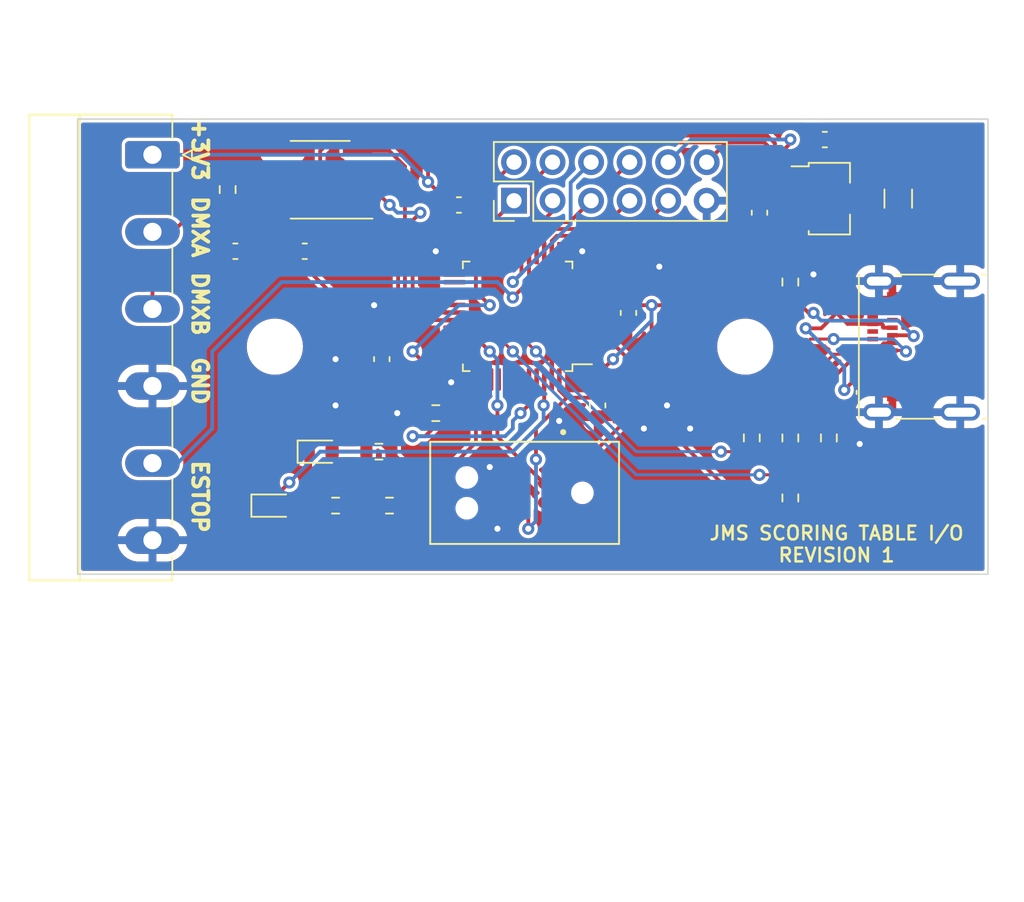
<source format=kicad_pcb>
(kicad_pcb (version 20211014) (generator pcbnew)
  (layers (0 "F.Cu" signal) (31 "B.Cu" signal) (34 "B.Paste" user) (35 "F.Paste" user) (36 "B.SilkS" user "B.Silkscreen") (37 "F.SilkS" user "F.Silkscreen") (38 "B.Mask" user) (39 "F.Mask" user) (44 "Edge.Cuts" user))
  (net 0 "")
  (net 1 "GND")
  (net 2 "+3V3")
  (net 3 "+5V")
  (net 4 "/STATUS_LED")
  (net 5 "/+5V_FUSED")
  (net 8 "Net-(J1-PadA5)")
  (net 9 "/D+")
  (net 10 "/D-")
  (net 16 "Net-(J1-PadB5)")
  (net 20 "/RS485_1_A")
  (net 21 "/RS485_1_B")
  (net 22 "/FIELD_ESTOP")
  (net 23 "/USB_D-")
  (net 24 "/USB_D+")
  (net 29 "/NRST")
  (net 37 "/RS485_DE")
  (net 38 "/RS485_TX")
  (net 39 "/RS485_RX")
  (net 40 "/SWDIO")
  (net 41 "/SWCLK")
  (net 50 "unconnected-(J2-Pad10)")
  (net 51 "Net-(R7-Pad2)")
  (net 52 "Net-(R8-Pad2)")
  (net 53 "Net-(R7-Pad1)")
  (net 54 "Net-(U1-Pad44)")
  (net 55 "/IO1")
  (net 56 "/IO2")
  (net 57 "/IO3")
  (net 58 "/IO4")
  (net 59 "/IO5")
  (net 60 "/IO6")
  (net 61 "/IO7")
  (net 62 "/IO8")
  (net 63 "/IO9")
  (footprint "Capacitor_SMD:C_0603_1608Metric" (layer "F.Cu") (at 130.048 115.824 -90)
    (fp_text reference "C1" hide)
    (fp_text value "0u1")
    (pad "1" smd roundrect (at -0.775 0 270) (size 0.9 0.95) (layers "F.Cu" "F.Paste" "F.Mask") (net 1 "GND"))
    (pad "2" smd roundrect (at 0.775 0 270) (size 0.9 0.95) (layers "F.Cu" "F.Paste" "F.Mask") (net 2 "+3V3"))
  )
  (footprint "Resistor_SMD:R_0603_1608Metric" (layer "F.Cu") (at 156.972 121.016 90)
    (fp_text reference "R5" hide)
    (fp_text value "22")
    (pad "1" smd roundrect (at -0.825 0 90) (size 0.8 0.95) (layers "F.Cu" "F.Paste" "F.Mask") (net 24 "/USB_D+"))
    (pad "2" smd roundrect (at 0.825 0 90) (size 0.8 0.95) (layers "F.Cu" "F.Paste" "F.Mask") (net 9 "/D+"))
  )
  (footprint "Capacitor_SMD:C_0603_1608Metric" (layer "F.Cu") (at 154.94 106.172 90)
    (fp_text reference "C6" hide)
    (fp_text value "10uF")
    (pad "1" smd roundrect (at -0.775 0 90) (size 0.9 0.95) (layers "F.Cu" "F.Paste" "F.Mask") (net 2 "+3V3"))
    (pad "2" smd roundrect (at 0.775 0 90) (size 0.9 0.95) (layers "F.Cu" "F.Paste" "F.Mask") (net 1 "GND"))
  )
  (footprint "Connector_PinHeader_2.54mm:PinHeader_2x06_P2.54mm_Vertical" (layer "F.Cu") (at 138.760672 105.380989 90)
    (fp_text reference "J4" hide)
    (fp_text value "Conn_02x06_Counter_Clockwise")
    (pad "1" thru_hole rect (at 0 0 90) (size 1.7 1.7) (drill 1) (layers *.Cu *.Mask) (net 62 "/IO8"))
    (pad "2" thru_hole oval (at 2.54 0 90) (size 1.7 1.7) (drill 1) (layers *.Cu *.Mask) (net 63 "/IO9"))
    (pad "3" thru_hole oval (at 0 2.54 90) (size 1.7 1.7) (drill 1) (layers *.Cu *.Mask) (net 60 "/IO6"))
    (pad "4" thru_hole oval (at 2.54 2.54 90) (size 1.7 1.7) (drill 1) (layers *.Cu *.Mask) (net 61 "/IO7"))
    (pad "5" thru_hole oval (at 0 5.08 90) (size 1.7 1.7) (drill 1) (layers *.Cu *.Mask) (net 58 "/IO4"))
    (pad "6" thru_hole oval (at 2.54 5.08 90) (size 1.7 1.7) (drill 1) (layers *.Cu *.Mask) (net 59 "/IO5"))
    (pad "7" thru_hole oval (at 0 7.62 90) (size 1.7 1.7) (drill 1) (layers *.Cu *.Mask) (net 56 "/IO2"))
    (pad "8" thru_hole oval (at 2.54 7.62 90) (size 1.7 1.7) (drill 1) (layers *.Cu *.Mask) (net 57 "/IO3"))
    (pad "9" thru_hole oval (at 0 10.16 90) (size 1.7 1.7) (drill 1) (layers *.Cu *.Mask) (net 55 "/IO1"))
    (pad "10" thru_hole oval (at 2.54 10.16 90) (size 1.7 1.7) (drill 1) (layers *.Cu *.Mask) (net 3 "+5V"))
    (pad "11" thru_hole oval (at 0 12.7 90) (size 1.7 1.7) (drill 1) (layers *.Cu *.Mask) (net 1 "GND"))
    (pad "12" thru_hole oval (at 2.54 12.7 90) (size 1.7 1.7) (drill 1) (layers *.Cu *.Mask) (net 2 "+3V3"))
  )
  (footprint "Package_QFP:LQFP-48_7x7mm_P0.5mm" (layer "F.Cu") (at 139 113 180)
    (fp_text reference "U1" hide)
    (fp_text value "STM32F070CBTx")
    (pad "1" smd roundrect (at -4.1625 -2.75 180) (size 1.475 0.3) (layers "F.Cu" "F.Paste" "F.Mask") (net 2 "+3V3"))
    (pad "2" smd roundrect (at -4.1625 -2.25 180) (size 1.475 0.3) (layers "F.Cu" "F.Paste" "F.Mask"))
    (pad "3" smd roundrect (at -4.1625 -1.75 180) (size 1.475 0.3) (layers "F.Cu" "F.Paste" "F.Mask"))
    (pad "4" smd roundrect (at -4.1625 -1.25 180) (size 1.475 0.3) (layers "F.Cu" "F.Paste" "F.Mask"))
    (pad "5" smd roundrect (at -4.1625 -0.75 180) (size 1.475 0.3) (layers "F.Cu" "F.Paste" "F.Mask") (net 1 "GND"))
    (pad "6" smd roundrect (at -4.1625 -0.25 180) (size 1.475 0.3) (layers "F.Cu" "F.Paste" "F.Mask"))
    (pad "7" smd roundrect (at -4.1625 0.25 180) (size 1.475 0.3) (layers "F.Cu" "F.Paste" "F.Mask") (net 29 "/NRST"))
    (pad "8" smd roundrect (at -4.1625 0.75 180) (size 1.475 0.3) (layers "F.Cu" "F.Paste" "F.Mask") (net 1 "GND"))
    (pad "9" smd roundrect (at -4.1625 1.25 180) (size 1.475 0.3) (layers "F.Cu" "F.Paste" "F.Mask") (net 2 "+3V3"))
    (pad "10" smd roundrect (at -4.1625 1.75 180) (size 1.475 0.3) (layers "F.Cu" "F.Paste" "F.Mask"))
    (pad "11" smd roundrect (at -4.1625 2.25 180) (size 1.475 0.3) (layers "F.Cu" "F.Paste" "F.Mask"))
    (pad "12" smd roundrect (at -4.1625 2.75 180) (size 1.475 0.3) (layers "F.Cu" "F.Paste" "F.Mask"))
    (pad "13" smd roundrect (at -2.75 4.1625 180) (size 0.3 1.475) (layers "F.Cu" "F.Paste" "F.Mask") (net 55 "/IO1"))
    (pad "14" smd roundrect (at -2.25 4.1625 180) (size 0.3 1.475) (layers "F.Cu" "F.Paste" "F.Mask") (net 56 "/IO2"))
    (pad "15" smd roundrect (at -1.75 4.1625 180) (size 0.3 1.475) (layers "F.Cu" "F.Paste" "F.Mask") (net 57 "/IO3"))
    (pad "16" smd roundrect (at -1.25 4.1625 180) (size 0.3 1.475) (layers "F.Cu" "F.Paste" "F.Mask") (net 58 "/IO4"))
    (pad "17" smd roundrect (at -0.75 4.1625 180) (size 0.3 1.475) (layers "F.Cu" "F.Paste" "F.Mask") (net 22 "/FIELD_ESTOP"))
    (pad "18" smd roundrect (at -0.25 4.1625 180) (size 0.3 1.475) (layers "F.Cu" "F.Paste" "F.Mask") (net 59 "/IO5"))
    (pad "19" smd roundrect (at 0.25 4.1625 180) (size 0.3 1.475) (layers "F.Cu" "F.Paste" "F.Mask") (net 60 "/IO6"))
    (pad "20" smd roundrect (at 0.75 4.1625 180) (size 0.3 1.475) (layers "F.Cu" "F.Paste" "F.Mask") (net 61 "/IO7"))
    (pad "21" smd roundrect (at 1.25 4.1625 180) (size 0.3 1.475) (layers "F.Cu" "F.Paste" "F.Mask") (net 62 "/IO8"))
    (pad "22" smd roundrect (at 1.75 4.1625 180) (size 0.3 1.475) (layers "F.Cu" "F.Paste" "F.Mask") (net 63 "/IO9"))
    (pad "23" smd roundrect (at 2.25 4.1625 180) (size 0.3 1.475) (layers "F.Cu" "F.Paste" "F.Mask") (net 1 "GND"))
    (pad "24" smd roundrect (at 2.75 4.1625 180) (size 0.3 1.475) (layers "F.Cu" "F.Paste" "F.Mask") (net 2 "+3V3"))
    (pad "25" smd roundrect (at 4.1625 2.75 180) (size 1.475 0.3) (layers "F.Cu" "F.Paste" "F.Mask"))
    (pad "26" smd roundrect (at 4.1625 2.25 180) (size 1.475 0.3) (layers "F.Cu" "F.Paste" "F.Mask"))
    (pad "27" smd roundrect (at 4.1625 1.75 180) (size 1.475 0.3) (layers "F.Cu" "F.Paste" "F.Mask"))
    (pad "28" smd roundrect (at 4.1625 1.25 180) (size 1.475 0.3) (layers "F.Cu" "F.Paste" "F.Mask"))
    (pad "29" smd roundrect (at 4.1625 0.75 180) (size 1.475 0.3) (layers "F.Cu" "F.Paste" "F.Mask") (net 37 "/RS485_DE"))
    (pad "30" smd roundrect (at 4.1625 0.25 180) (size 1.475 0.3) (layers "F.Cu" "F.Paste" "F.Mask") (net 38 "/RS485_TX"))
    (pad "31" smd roundrect (at 4.1625 -0.25 180) (size 1.475 0.3) (layers "F.Cu" "F.Paste" "F.Mask") (net 39 "/RS485_RX"))
    (pad "32" smd roundrect (at 4.1625 -0.75 180) (size 1.475 0.3) (layers "F.Cu" "F.Paste" "F.Mask") (net 23 "/USB_D-"))
    (pad "33" smd roundrect (at 4.1625 -1.25 180) (size 1.475 0.3) (layers "F.Cu" "F.Paste" "F.Mask") (net 24 "/USB_D+"))
    (pad "34" smd roundrect (at 4.1625 -1.75 180) (size 1.475 0.3) (layers "F.Cu" "F.Paste" "F.Mask") (net 40 "/SWDIO"))
    (pad "35" smd roundrect (at 4.1625 -2.25 180) (size 1.475 0.3) (layers "F.Cu" "F.Paste" "F.Mask") (net 1 "GND"))
    (pad "36" smd roundrect (at 4.1625 -2.75 180) (size 1.475 0.3) (layers "F.Cu" "F.Paste" "F.Mask") (net 2 "+3V3"))
    (pad "37" smd roundrect (at 2.75 -4.1625 180) (size 0.3 1.475) (layers "F.Cu" "F.Paste" "F.Mask") (net 41 "/SWCLK"))
    (pad "38" smd roundrect (at 2.25 -4.1625 180) (size 0.3 1.475) (layers "F.Cu" "F.Paste" "F.Mask"))
    (pad "39" smd roundrect (at 1.75 -4.1625 180) (size 0.3 1.475) (layers "F.Cu" "F.Paste" "F.Mask"))
    (pad "40" smd roundrect (at 1.25 -4.1625 180) (size 0.3 1.475) (layers "F.Cu" "F.Paste" "F.Mask"))
    (pad "41" smd roundrect (at 0.75 -4.1625 180) (size 0.3 1.475) (layers "F.Cu" "F.Paste" "F.Mask"))
    (pad "42" smd roundrect (at 0.25 -4.1625 180) (size 0.3 1.475) (layers "F.Cu" "F.Paste" "F.Mask"))
    (pad "43" smd roundrect (at -0.25 -4.1625 180) (size 0.3 1.475) (layers "F.Cu" "F.Paste" "F.Mask"))
    (pad "44" smd roundrect (at -0.75 -4.1625 180) (size 0.3 1.475) (layers "F.Cu" "F.Paste" "F.Mask") (net 54 "Net-(U1-Pad44)"))
    (pad "45" smd roundrect (at -1.25 -4.1625 180) (size 0.3 1.475) (layers "F.Cu" "F.Paste" "F.Mask"))
    (pad "46" smd roundrect (at -1.75 -4.1625 180) (size 0.3 1.475) (layers "F.Cu" "F.Paste" "F.Mask") (net 4 "/STATUS_LED"))
    (pad "47" smd roundrect (at -2.25 -4.1625 180) (size 0.3 1.475) (layers "F.Cu" "F.Paste" "F.Mask") (net 1 "GND"))
    (pad "48" smd roundrect (at -2.75 -4.1625 180) (size 0.3 1.475) (layers "F.Cu" "F.Paste" "F.Mask") (net 2 "+3V3"))
  )
  (footprint "Resistor_SMD:R_0603_1608Metric" (layer "F.Cu") (at 119.888 104.648 90)
    (fp_text reference "R9" hide)
    (fp_text value "120")
    (pad "1" smd roundrect (at -0.825 0 90) (size 0.8 0.95) (layers "F.Cu" "F.Paste" "F.Mask") (net 21 "/RS485_1_B"))
    (pad "2" smd roundrect (at 0.825 0 90) (size 0.8 0.95) (layers "F.Cu" "F.Paste" "F.Mask") (net 20 "/RS485_1_A"))
  )
  (footprint "Connector_Phoenix_MC_HighVoltage:PhoenixContact_MC_1,5_6-G-5.08_1x06_P5.08mm_Horizontal" (layer "F.Cu") (at 114.9325 102.355 -90)
    (fp_text reference "J3" hide)
    (fp_text value "Conn_01x06")
    (pad "1" thru_hole roundrect (at 0 0 270) (size 1.8 3.6) (drill 1.2) (layers *.Cu *.Mask) (roundrect_rratio 0.1388888889) (net 2 "+3V3"))
    (pad "2" thru_hole oval (at 5.08 0 270) (size 1.8 3.6) (drill 1.2) (layers *.Cu *.Mask) (net 20 "/RS485_1_A"))
    (pad "3" thru_hole oval (at 10.16 0 270) (size 1.8 3.6) (drill 1.2) (layers *.Cu *.Mask) (net 21 "/RS485_1_B"))
    (pad "4" thru_hole oval (at 15.24 0 270) (size 1.8 3.6) (drill 1.2) (layers *.Cu *.Mask) (net 1 "GND"))
    (pad "5" thru_hole oval (at 20.32 0 270) (size 1.8 3.6) (drill 1.2) (layers *.Cu *.Mask) (net 22 "/FIELD_ESTOP"))
    (pad "6" thru_hole oval (at 25.4 0 270) (size 1.8 3.6) (drill 1.2) (layers *.Cu *.Mask) (net 1 "GND"))
  )
  (footprint "Resistor_SMD:R_0603_1608Metric" (layer "F.Cu") (at 133.604 119.38 180)
    (fp_text reference "R1" hide)
    (fp_text value "5k1")
    (pad "1" smd roundrect (at -0.825 0 180) (size 0.8 0.95) (layers "F.Cu" "F.Paste" "F.Mask") (net 54 "Net-(U1-Pad44)"))
    (pad "2" smd roundrect (at 0.825 0 180) (size 0.8 0.95) (layers "F.Cu" "F.Paste" "F.Mask") (net 1 "GND"))
  )
  (footprint "Resistor_SMD:R_0603_1608Metric" (layer "F.Cu") (at 129.857 121.92 180)
    (fp_text reference "R8" hide)
    (fp_text value "120")
    (pad "1" smd roundrect (at -0.825 0 180) (size 0.8 0.95) (layers "F.Cu" "F.Paste" "F.Mask") (net 3 "+5V"))
    (pad "2" smd roundrect (at 0.825 0 180) (size 0.8 0.95) (layers "F.Cu" "F.Paste" "F.Mask") (net 52 "Net-(R8-Pad2)"))
  )
  (footprint "Resistor_SMD:R_0603_1608Metric" (layer "F.Cu") (at 127 125.476 180)
    (fp_text reference "R7" hide)
    (fp_text value "120")
    (pad "1" smd roundrect (at -0.825 0 180) (size 0.8 0.95) (layers "F.Cu" "F.Paste" "F.Mask") (net 53 "Net-(R7-Pad1)"))
    (pad "2" smd roundrect (at 0.825 0 180) (size 0.8 0.95) (layers "F.Cu" "F.Paste" "F.Mask") (net 51 "Net-(R7-Pad2)"))
  )
  (footprint "Resistor_SMD:R_0603_1608Metric" (layer "F.Cu") (at 154.432 121.014146 90)
    (fp_text reference "R4" hide)
    (fp_text value "22")
    (pad "1" smd roundrect (at -0.825 0 90) (size 0.8 0.95) (layers "F.Cu" "F.Paste" "F.Mask") (net 23 "/USB_D-"))
    (pad "2" smd roundrect (at 0.825 0 90) (size 0.8 0.95) (layers "F.Cu" "F.Paste" "F.Mask") (net 10 "/D-"))
  )
  (footprint "Package_SO:SOIC-8_3.9x4.9mm_P1.27mm" (layer "F.Cu") (at 125.984 104 180)
    (fp_text reference "U3" hide)
    (fp_text value "MAX485E")
    (pad "1" smd roundrect (at -2.475 -1.905 180) (size 1.95 0.6) (layers "F.Cu" "F.Paste" "F.Mask") (net 39 "/RS485_RX"))
    (pad "2" smd roundrect (at -2.475 -0.635 180) (size 1.95 0.6) (layers "F.Cu" "F.Paste" "F.Mask") (net 37 "/RS485_DE"))
    (pad "3" smd roundrect (at -2.475 0.635 180) (size 1.95 0.6) (layers "F.Cu" "F.Paste" "F.Mask") (net 37 "/RS485_DE"))
    (pad "4" smd roundrect (at -2.475 1.905 180) (size 1.95 0.6) (layers "F.Cu" "F.Paste" "F.Mask") (net 38 "/RS485_TX"))
    (pad "5" smd roundrect (at 2.475 1.905 180) (size 1.95 0.6) (layers "F.Cu" "F.Paste" "F.Mask") (net 1 "GND"))
    (pad "6" smd roundrect (at 2.475 0.635 180) (size 1.95 0.6) (layers "F.Cu" "F.Paste" "F.Mask") (net 20 "/RS485_1_A"))
    (pad "7" smd roundrect (at 2.475 -0.635 180) (size 1.95 0.6) (layers "F.Cu" "F.Paste" "F.Mask") (net 21 "/RS485_1_B"))
    (pad "8" smd roundrect (at 2.475 -1.905 180) (size 1.95 0.6) (layers "F.Cu" "F.Paste" "F.Mask") (net 3 "+5V"))
  )
  (footprint "MountingHole:MountingHole_3.2mm_M3" (layer "F.Cu") (at 154 115)
    (fp_text reference "H2" hide)
    (fp_text value "MountingHole")
    (pad "" np_thru_hole circle (at 0 0) (size 3.2 3.2) (drill 3.2) (layers *.Cu *.Mask))
  )
  (footprint "Fuse:Fuse_1206_3216Metric" (layer "F.Cu") (at 164.084 105.244 -90)
    (fp_text reference "F1" hide)
    (fp_text value "PTC 0.5A(Ih)")
    (pad "1" smd roundrect (at -1.4 0 270) (size 1.25 1.75) (layers "F.Cu" "F.Paste" "F.Mask") (roundrect_rratio 0.2) (net 3 "+5V"))
    (pad "2" smd roundrect (at 1.4 0 270) (size 1.25 1.75) (layers "F.Cu" "F.Paste" "F.Mask") (roundrect_rratio 0.2) (net 5 "/+5V_FUSED"))
  )
  (footprint "LED_SMD:LED_0603_1608Metric" (layer "F.Cu") (at 122.936 125.476)
    (fp_text reference "D1" hide)
    (fp_text value "LED_YELLOW")
    (pad "1" smd roundrect (at -0.7875 0) (size 0.875 0.95) (layers "F.Cu" "F.Paste" "F.Mask") (net 4 "/STATUS_LED"))
    (pad "2" smd roundrect (at 0.7875 0) (size 0.875 0.95) (layers "F.Cu" "F.Paste" "F.Mask") (net 51 "Net-(R7-Pad2)"))
  )
  (footprint "Capacitor_SMD:C_0603_1608Metric" (layer "F.Cu") (at 144.272 118.872 -90)
    (fp_text reference "C2" hide)
    (fp_text value "0u1")
    (pad "1" smd roundrect (at -0.775 0 270) (size 0.9 0.95) (layers "F.Cu" "F.Paste" "F.Mask") (net 2 "+3V3"))
    (pad "2" smd roundrect (at 0.775 0 270) (size 0.9 0.95) (layers "F.Cu" "F.Paste" "F.Mask") (net 1 "GND"))
  )
  (footprint "Resistor_SMD:R_0603_1608Metric" (layer "F.Cu") (at 159.512 121.016 90)
    (fp_text reference "R2" hide)
    (fp_text value "5k1")
    (pad "1" smd roundrect (at -0.825 0 90) (size 0.8 0.95) (layers "F.Cu" "F.Paste" "F.Mask") (net 1 "GND"))
    (pad "2" smd roundrect (at 0.825 0 90) (size 0.8 0.95) (layers "F.Cu" "F.Paste" "F.Mask") (net 8 "Net-(J1-PadA5)"))
  )
  (footprint "Capacitor_SMD:C_0603_1608Metric" (layer "F.Cu") (at 146.304 112.776 -90)
    (fp_text reference "C3" hide)
    (fp_text value "0u1")
    (pad "1" smd roundrect (at -0.775 0 270) (size 0.9 0.95) (layers "F.Cu" "F.Paste" "F.Mask") (net 2 "+3V3"))
    (pad "2" smd roundrect (at 0.775 0 270) (size 0.9 0.95) (layers "F.Cu" "F.Paste" "F.Mask") (net 1 "GND"))
  )
  (footprint "Package_TO_SOT_SMD:SOT-89-3" (layer "F.Cu") (at 159.245 105.244)
    (fp_text reference "U2" hide)
    (fp_text value "HT7533-1")
    (pad "1" smd rect (at -1.65 -1.5) (size 1.3 0.9) (layers "F.Cu" "F.Paste" "F.Mask") (net 1 "GND"))
    (pad "2" smd custom (at -1.5625 0) (size 1.475 0.9) (layers "F.Cu" "F.Paste" "F.Mask") (net 3 "+5V") (options (clearance outline) (anchor rect)) (primitives (gr_poly (pts (xy 3.8625 0.8665) (xy 0.7375 0.8665) (xy 0.7375 -0.8665) (xy 3.8625 -0.8665)) (width 0) (fill yes))))
    (pad "3" smd rect (at -1.65 1.5) (size 1.3 0.9) (layers "F.Cu" "F.Paste" "F.Mask") (net 2 "+3V3"))
  )
  (footprint "Resistor_SMD:R_0603_1608Metric" (layer "F.Cu") (at 156.972 110.744 90)
    (fp_text reference "R3" hide)
    (fp_text value "5k1")
    (pad "1" smd roundrect (at -0.825 0 90) (size 0.8 0.95) (layers "F.Cu" "F.Paste" "F.Mask") (net 16 "Net-(J1-PadB5)"))
    (pad "2" smd roundrect (at 0.825 0 90) (size 0.8 0.95) (layers "F.Cu" "F.Paste" "F.Mask") (net 1 "GND"))
  )
  (footprint "MountingHole:MountingHole_3.2mm_M3" (layer "F.Cu") (at 123 115)
    (fp_text reference "H1" hide)
    (fp_text value "MountingHole")
    (pad "" np_thru_hole circle (at 0 0) (size 3.2 3.2) (drill 3.2) (layers *.Cu *.Mask))
  )
  (footprint "Connector_USB:USB_C_Receptacle_Molex_105450-0101" (layer "F.Cu") (at 165.613753 115 90)
    (fp_text reference "J1" hide)
    (fp_text value "USB_C_Receptacle")
    (pad "A1" smd rect (at -3 -3.215 90) (size 0.3 0.7) (layers "F.Cu" "F.Paste" "F.Mask") (net 1 "GND"))
    (pad "A2" smd rect (at -2.5 -3.215 90) (size 0.3 0.7) (layers "F.Cu" "F.Paste" "F.Mask"))
    (pad "A3" smd rect (at -2 -3.215 90) (size 0.3 0.7) (layers "F.Cu" "F.Paste" "F.Mask"))
    (pad "A4" smd rect (at -1.5 -3.215 90) (size 0.3 0.7) (layers "F.Cu" "F.Paste" "F.Mask") (net 5 "/+5V_FUSED"))
    (pad "A5" smd rect (at -1 -3.215 90) (size 0.3 0.7) (layers "F.Cu" "F.Paste" "F.Mask") (net 8 "Net-(J1-PadA5)"))
    (pad "A6" smd rect (at -0.5 -3.215 90) (size 0.3 0.7) (layers "F.Cu" "F.Paste" "F.Mask") (net 9 "/D+"))
    (pad "A7" smd rect (at 0.5 -3.215 90) (size 0.3 0.7) (layers "F.Cu" "F.Paste" "F.Mask") (net 10 "/D-"))
    (pad "A8" smd rect (at 1 -3.215 90) (size 0.3 0.7) (layers "F.Cu" "F.Paste" "F.Mask"))
    (pad "A9" smd rect (at 1.5 -3.215 90) (size 0.3 0.7) (layers "F.Cu" "F.Paste" "F.Mask") (net 5 "/+5V_FUSED"))
    (pad "A10" smd rect (at 2 -3.215 90) (size 0.3 0.7) (layers "F.Cu" "F.Paste" "F.Mask"))
    (pad "A11" smd rect (at 2.5 -3.215 90) (size 0.3 0.7) (layers "F.Cu" "F.Paste" "F.Mask"))
    (pad "A12" smd rect (at 3 -3.215 90) (size 0.3 0.7) (layers "F.Cu" "F.Paste" "F.Mask") (net 1 "GND"))
    (pad "B1" smd rect (at 3.1 -1.915 90) (size 1 0.7) (layers "F.Cu" "F.Paste" "F.Mask") (net 1 "GND"))
    (pad "B2" smd rect (at 2.25 -1.915 90) (size 0.3 0.7) (layers "F.Cu" "F.Paste" "F.Mask"))
    (pad "B3" smd rect (at 1.75 -1.915 90) (size 0.3 0.7) (layers "F.Cu" "F.Paste" "F.Mask"))
    (pad "B4" smd rect (at 1.25 -1.915 90) (size 0.3 0.7) (layers "F.Cu" "F.Paste" "F.Mask") (net 5 "/+5V_FUSED"))
    (pad "B5" smd rect (at 0.75 -1.915 90) (size 0.3 0.7) (layers "F.Cu" "F.Paste" "F.Mask") (net 16 "Net-(J1-PadB5)"))
    (pad "B6" smd rect (at 0.25 -1.915 90) (size 0.3 0.7) (layers "F.Cu" "F.Paste" "F.Mask") (net 9 "/D+"))
    (pad "B7" smd rect (at -0.25 -1.915 90) (size 0.3 0.7) (layers "F.Cu" "F.Paste" "F.Mask") (net 10 "/D-"))
    (pad "B8" smd rect (at -0.75 -1.915 90) (size 0.3 0.7) (layers "F.Cu" "F.Paste" "F.Mask"))
    (pad "B9" smd rect (at -1.25 -1.915 90) (size 0.3 0.7) (layers "F.Cu" "F.Paste" "F.Mask") (net 5 "/+5V_FUSED"))
    (pad "B10" smd rect (at -1.75 -1.915 90) (size 0.3 0.7) (layers "F.Cu" "F.Paste" "F.Mask"))
    (pad "B11" smd rect (at -2.25 -1.915 90) (size 0.3 0.7) (layers "F.Cu" "F.Paste" "F.Mask"))
    (pad "B12" smd rect (at -3.1 -1.915 90) (size 1 0.7) (layers "F.Cu" "F.Paste" "F.Mask") (net 1 "GND"))
    (pad "S1" thru_hole oval (at -4.32 2.555 90) (size 1.1 2.6) (drill oval 0.6 2.1) (layers *.Cu *.Mask) (net 1 "GND"))
    (pad "S1" thru_hole oval (at 4.32 -2.805 90) (size 1.1 2.1) (drill oval 0.6 1.6) (layers *.Cu *.Mask) (net 1 "GND"))
    (pad "S1" thru_hole oval (at -4.32 -2.805 90) (size 1.1 2.1) (drill oval 0.6 1.6) (layers *.Cu *.Mask) (net 1 "GND"))
    (pad "S1" thru_hole oval (at 4.32 2.555 90) (size 1.1 2.6) (drill oval 0.6 2.1) (layers *.Cu *.Mask) (net 1 "GND"))
    (zone (net 0) (net_name "") (layers "F.Cu" "Dwgs.User") (connect_pads (clearance 0)) (min_thickness 0.254)
      (keepout (tracks not_allowed) (vias not_allowed) (pads not_allowed) (copperpour not_allowed) (footprints not_allowed))
      (fill (thermal_gap 0.508) (thermal_bridge_width 0.508))
      (polygon (pts (xy 169.938753 111.5) (xy 169.938753 118.5) (xy 165.627848 118.5) (xy 165.627848 111.5)))
    )
  )
  (footprint "Capacitor_SMD:C_0603_1608Metric" (layer "F.Cu") (at 159.245 101.352 180)
    (fp_text reference "C5" hide)
    (fp_text value "10uF")
    (pad "1" smd roundrect (at -0.775 0 180) (size 0.9 0.95) (layers "F.Cu" "F.Paste" "F.Mask") (net 3 "+5V"))
    (pad "2" smd roundrect (at 0.775 0 180) (size 0.9 0.95) (layers "F.Cu" "F.Paste" "F.Mask") (net 1 "GND"))
  )
  (footprint "Capacitor_SMD:C_0603_1608Metric" (layer "F.Cu") (at 124.968 108.712)
    (fp_text reference "C7" hide)
    (fp_text value "0u1")
    (pad "1" smd roundrect (at -0.775 0) (size 0.9 0.95) (layers "F.Cu" "F.Paste" "F.Mask") (net 3 "+5V"))
    (pad "2" smd roundrect (at 0.775 0) (size 0.9 0.95) (layers "F.Cu" "F.Paste" "F.Mask") (net 1 "GND"))
  )
  (footprint "Capacitor_SMD:C_0603_1608Metric" (layer "F.Cu") (at 120.396 108.712 180)
    (fp_text reference "C8" hide)
    (fp_text value "10uF")
    (pad "1" smd roundrect (at -0.775 0 180) (size 0.9 0.95) (layers "F.Cu" "F.Paste" "F.Mask") (net 3 "+5V"))
    (pad "2" smd roundrect (at 0.775 0 180) (size 0.9 0.95) (layers "F.Cu" "F.Paste" "F.Mask") (net 1 "GND"))
  )
  (footprint "LED_SMD:LED_0603_1608Metric" (layer "F.Cu") (at 125.984 121.92)
    (fp_text reference "D2" hide)
    (fp_text value "LED_GREEN")
    (pad "1" smd roundrect (at -0.7875 0) (size 0.875 0.95) (layers "F.Cu" "F.Paste" "F.Mask") (net 1 "GND"))
    (pad "2" smd roundrect (at 0.7875 0) (size 0.875 0.95) (layers "F.Cu" "F.Paste" "F.Mask") (net 52 "Net-(R8-Pad2)"))
  )
  (footprint "Resistor_SMD:R_0603_1608Metric" (layer "F.Cu") (at 130.556 125.476 180)
    (fp_text reference "R10" hide)
    (fp_text value "120")
    (pad "1" smd roundrect (at -0.825 0 180) (size 0.8 0.95) (layers "F.Cu" "F.Paste" "F.Mask") (net 3 "+5V"))
    (pad "2" smd roundrect (at 0.825 0 180) (size 0.8 0.95) (layers "F.Cu" "F.Paste" "F.Mask") (net 53 "Net-(R7-Pad1)"))
  )
  (footprint "TC2050-IDC-NL:TAG-CONNECT_TC2050-IDC-NL" (layer "F.Cu") (at 142 124 -90)
    (fp_text reference "J2" hide)
    (fp_text value "TC2050-IDC-NL")
    (pad "" np_thru_hole circle (at 0.635 -1.27 270) (size 0.991 0.991) (drill 0.991) (layers *.Cu *.Mask))
    (pad "" np_thru_hole circle (at 1.65 6.35 270) (size 0.991 0.991) (drill 0.991) (layers *.Cu *.Mask))
    (pad "" np_thru_hole circle (at -0.38 6.35 270) (size 0.991 0.991) (drill 0.991) (layers *.Cu *.Mask))
    (pad "1" smd circle (at 0 0 180) (size 0.787 0.787) (layers "F.Cu" "F.Mask") (net 29 "/NRST"))
    (pad "2" smd circle (at 0 1.27 180) (size 0.787 0.787) (layers "F.Cu" "F.Mask") (net 40 "/SWDIO"))
    (pad "3" smd circle (at 0 2.54 180) (size 0.787 0.787) (layers "F.Cu" "F.Mask") (net 1 "GND"))
    (pad "4" smd circle (at 0 3.81 180) (size 0.787 0.787) (layers "F.Cu" "F.Mask") (net 1 "GND"))
    (pad "5" smd circle (at 0 5.08 180) (size 0.787 0.787) (layers "F.Cu" "F.Mask"))
    (pad "6" smd circle (at 1.27 5.08) (size 0.787 0.787) (layers "F.Cu" "F.Mask") (net 41 "/SWCLK"))
    (pad "7" smd circle (at 1.27 3.81) (size 0.787 0.787) (layers "F.Cu" "F.Mask") (net 2 "+3V3"))
    (pad "8" smd circle (at 1.27 2.54) (size 0.787 0.787) (layers "F.Cu" "F.Mask") (net 2 "+3V3"))
    (pad "9" smd circle (at 1.27 1.27) (size 0.787 0.787) (layers "F.Cu" "F.Mask") (net 50 "unconnected-(J2-Pad10)"))
    (pad "10" smd circle (at 1.27 0) (size 0.787 0.787) (layers "F.Cu" "F.Mask") (net 50 "unconnected-(J2-Pad10)"))
  )
  (footprint "Resistor_SMD:R_0603_1608Metric" (layer "F.Cu") (at 156.972 124.968 -90)
    (fp_text reference "R6" hide)
    (fp_text value "1k5")
    (pad "1" smd roundrect (at -0.825 0 270) (size 0.8 0.95) (layers "F.Cu" "F.Paste" "F.Mask") (net 24 "/USB_D+"))
    (pad "2" smd roundrect (at 0.825 0 270) (size 0.8 0.95) (layers "F.Cu" "F.Paste" "F.Mask") (net 2 "+3V3"))
  )
  (footprint "Capacitor_SMD:C_0603_1608Metric" (layer "F.Cu") (at 135.128 105.664)
    (fp_text reference "C4" hide)
    (fp_text value "0u1")
    (pad "1" smd roundrect (at -0.775 0) (size 0.9 0.95) (layers "F.Cu" "F.Paste" "F.Mask") (net 2 "+3V3"))
    (pad "2" smd roundrect (at 0.775 0) (size 0.9 0.95) (layers "F.Cu" "F.Paste" "F.Mask") (net 1 "GND"))
  )
  (gr_rect (start 110 100) (end 170 130) (layer "Edge.Cuts") (width 0.1) (fill none))
  (gr_text "DMXA" (at 118.065166 107.101821 270) (layer "F.SilkS") (effects (font (size 1 1) (thickness 0.25))))
  (gr_text "+3V3" (at 118.065166 102.021821 270) (layer "F.SilkS") (effects (font (size 1 1) (thickness 0.25))))
  (gr_text "JMS SCORING TABLE I/O\nREVISION 1" (at 160.02 128.016) (layer "F.SilkS") (effects (font (size 0.9 0.9) (thickness 0.17))))
  (gr_text "GND" (at 118.065166 117.261821 270) (layer "F.SilkS") (effects (font (size 1 1) (thickness 0.25))))
  (gr_text "DMXB" (at 118.065166 112.181821 270) (layer "F.SilkS") (effects (font (size 1 1) (thickness 0.25))))
  (gr_text "ESTOP" (at 118.065166 124.881821 270) (layer "F.SilkS") (effects (font (size 1 1) (thickness 0.25))))
  (via (at 158.496 110.236) (size 0.8) (drill 0.4) (layers "F.Cu" "B.Cu") (net 1))
  (via (at 161.544 121.412) (size 0.8) (drill 0.4) (layers "F.Cu" "B.Cu") (net 1))
  (via (at 134.62 117.348) (size 0.8) (drill 0.4) (layers "F.Cu" "B.Cu") (net 1))
  (via (at 129.54 112.268) (size 0.8) (drill 0.4) (layers "F.Cu" "B.Cu") (net 1))
  (via (at 127 118.872) (size 0.8) (drill 0.4) (layers "F.Cu" "B.Cu") (net 1))
  (via (at 137.16 122.936) (size 0.8) (drill 0.4) (layers "F.Cu" "B.Cu") (net 1))
  (via (at 148.844 118.872) (size 0.8) (drill 0.4) (layers "F.Cu" "B.Cu") (net 1))
  (via (at 148.336 109.728) (size 0.8) (drill 0.4) (layers "F.Cu" "B.Cu") (net 1))
  (via (at 127 115.824) (size 0.8) (drill 0.4) (layers "F.Cu" "B.Cu") (net 1))
  (via (at 143.256 108.712) (size 0.8) (drill 0.4) (layers "F.Cu" "B.Cu") (net 1))
  (via (at 137.668 127) (size 0.8) (drill 0.4) (layers "F.Cu" "B.Cu") (net 1))
  (via (at 133.604 108.712) (size 0.8) (drill 0.4) (layers "F.Cu" "B.Cu") (net 1))
  (via (at 147.32 120.396) (size 0.8) (drill 0.4) (layers "F.Cu" "B.Cu") (net 1))
  (via (at 131.064 119.38) (size 0.8) (drill 0.4) (layers "F.Cu" "B.Cu") (net 1))
  (via (at 150.368 120.396) (size 0.8) (drill 0.4) (layers "F.Cu" "B.Cu") (net 1))
  (via (at 141.736299 119.892299) (size 0.8) (drill 0.4) (layers "F.Cu" "B.Cu") (net 1))
  (segment (start 133.096 115.824) (end 132.321 116.599) (width 0.25) (layer "F.Cu") (net 2))
  (segment (start 146.571 112.268) (end 146.304 112.001) (width 0.25) (layer "F.Cu") (net 2))
  (segment (start 156.972 125.793) (end 154.241 125.793) (width 0.25) (layer "F.Cu") (net 2))
  (segment (start 146.053 111.75) (end 146.304 112.001) (width 0.25) (layer "F.Cu") (net 2))
  (segment (start 155.956 104.776396) (end 155.448 104.268396) (width 0.25) (layer "F.Cu") (net 2))
  (segment (start 136.25 108.8375) (end 136.25 111.358) (width 0.25) (layer "F.Cu") (net 2))
  (segment (start 138.19 125.27) (end 139.46 125.27) (width 0.25) (layer "F.Cu") (net 2))
  (segment (start 144.78 117.589) (end 144.272 118.097) (width 0.25) (layer "F.Cu") (net 2))
  (segment (start 142.24 118.364) (end 140.208 120.396) (width 0.25) (layer "F.Cu") (net 2))
  (segment (start 135.636 107.188) (end 135.128 106.68) (width 0.25) (layer "F.Cu") (net 2))
  (segment (start 136.25 107.802) (end 135.636 107.188) (width 0.25) (layer "F.Cu") (net 2))
  (segment (start 144.198 115.75) (end 144.78 116.332) (width 0.25) (layer "F.Cu") (net 2))
  (segment (start 155.448 101.728396) (end 155.261604 101.542) (width 0.25) (layer "F.Cu") (net 2))
  (segment (start 147.828 119.38) (end 147.828 112.268) (width 0.25) (layer "F.Cu") (net 2))
  (segment (start 140.208 120.396) (end 140.208 122.428) (width 0.25) (layer "F.Cu") (net 2))
  (segment (start 143.1625 115.75) (end 144.198 115.75) (width 0.25) (layer "F.Cu") (net 2))
  (segment (start 157.595 106.744) (end 157.328 106.744) (width 0.25) (layer "F.Cu") (net 2))
  (segment (start 135.128 106.68) (end 134.353 105.905) (width 0.25) (layer "F.Cu") (net 2))
  (segment (start 153.104 101.542) (end 134.17 101.542) (width 0.25) (layer "F.Cu") (net 2))
  (segment (start 144.78 116.332) (end 144.78 117.589) (width 0.25) (layer "F.Cu") (net 2))
  (segment (start 142.24 118.364) (end 144.005 118.364) (width 0.25) (layer "F.Cu") (net 2))
  (segment (start 144.005 118.364) (end 144.272 118.097) (width 0.25) (layer "F.Cu") (net 2))
  (segment (start 132.321 116.599) (end 130.048 116.599) (width 0.25) (layer "F.Cu") (net 2))
  (segment (start 151.460672 102.840989) (end 152.759661 101.542) (width 0.25) (layer "F.Cu") (net 2))
  (segment (start 132.08 115.316) (end 132.588 115.824) (width 0.25) (layer "F.Cu") (net 2))
  (segment (start 155.143 106.744) (end 154.94 106.947) (width 0.25) (layer "F.Cu") (net 2))
  (segment (start 133.17 115.75) (end 133.096 115.824) (width 0.25) (layer "F.Cu") (net 2))
  (segment (start 157.595 106.744) (end 155.143 106.744) (width 0.25) (layer "F.Cu") (net 2))
  (segment (start 134.8375 115.75) (end 133.17 115.75) (width 0.25) (layer "F.Cu") (net 2))
  (segment (start 152.759661 101.542) (end 153.104 101.542) (width 0.25) (layer "F.Cu") (net 2))
  (segment (start 134.353 105.905) (end 134.353 105.664) (width 0.25) (layer "F.Cu") (net 2))
  (segment (start 139.7 125.51) (end 139.46 125.27) (width 0.25) (layer "F.Cu") (net 2))
  (segment (start 141.75 117.1625) (end 141.75 117.874) (width 0.25) (layer "F.Cu") (net 2))
  (segment (start 154.241 125.793) (end 147.828 119.38) (width 0.25) (layer "F.Cu") (net 2))
  (segment (start 134.353 105.397) (end 133.096 104.14) (width 0.25) (layer "F.Cu") (net 2))
  (segment (start 136.25 111.358) (end 137.16 112.268) (width 0.25) (layer "F.Cu") (net 2))
  (segment (start 132.588 115.824) (end 133.096 115.824) (width 0.25) (layer "F.Cu") (net 2))
  (segment (start 144.78 116.332) (end 145.283701 115.828299) (width 0.25) (layer "F.Cu") (net 2))
  (segment (start 134.17 101.542) (end 133.096 102.616) (width 0.25) (layer "F.Cu") (net 2))
  (segment (start 147.828 112.268) (end 146.571 112.268) (width 0.25) (layer "F.Cu") (net 2))
  (segment (start 141.75 117.874) (end 142.24 118.364) (width 0.25) (layer "F.Cu") (net 2))
  (segment (start 136.25 108.8375) (end 136.25 107.802) (width 0.25) (layer "F.Cu") (net 2))
  (segment (start 155.448 104.268396) (end 155.448 101.728396) (width 0.25) (layer "F.Cu") (net 2))
  (segment (start 155.956 105.372) (end 155.956 104.776396) (width 0.25) (layer "F.Cu") (net 2))
  (segment (start 139.7 127) (end 139.7 125.51) (width 0.25) (layer "F.Cu") (net 2))
  (segment (start 143.1625 111.75) (end 146.053 111.75) (width 0.25) (layer "F.Cu") (net 2))
  (segment (start 154.298 106.947) (end 148.977 112.268) (width 0.25) (layer "F.Cu") (net 2))
  (segment (start 157.328 106.744) (end 155.956 105.372) (width 0.25) (layer "F.Cu") (net 2))
  (segment (start 133.096 102.616) (end 133.096 104.14) (width 0.25) (layer "F.Cu") (net 2))
  (segment (start 134.353 105.664) (end 134.353 105.397) (width 0.25) (layer "F.Cu") (net 2))
  (segment (start 154.94 106.947) (end 154.298 106.947) (width 0.25) (layer "F.Cu") (net 2))
  (segment (start 148.977 112.268) (end 147.828 112.268) (width 0.25) (layer "F.Cu") (net 2))
  (segment (start 155.261604 101.542) (end 153.104 101.542) (width 0.25) (layer "F.Cu") (net 2))
  (via (at 140.208 122.428) (size 0.8) (drill 0.4) (layers "F.Cu" "B.Cu") (net 2))
  (via (at 137.16 112.268) (size 0.8) (drill 0.4) (layers "F.Cu" "B.Cu") (net 2))
  (via (at 139.7 127) (size 0.8) (drill 0.4) (layers "F.Cu" "B.Cu") (net 2))
  (via (at 132.08 115.316) (size 0.8) (drill 0.4) (layers "F.Cu" "B.Cu") (net 2))
  (via (at 147.828 112.268) (size 0.8) (drill 0.4) (layers "F.Cu" "B.Cu") (net 2))
  (via (at 145.283701 115.828299) (size 0.8) (drill 0.4) (layers "F.Cu" "B.Cu") (net 2))
  (via (at 133.096 104.14) (size 0.8) (drill 0.4) (layers "F.Cu" "B.Cu") (net 2))
  (segment (start 140.208 126.492) (end 139.7 127) (width 0.25) (layer "B.Cu") (net 2))
  (segment (start 147.828 113.284) (end 147.828 112.268) (width 0.25) (layer "B.Cu") (net 2))
  (segment (start 145.283701 115.828299) (end 147.828 113.284) (width 0.25) (layer "B.Cu") (net 2))
  (segment (start 133.096 104.14) (end 131.311 102.355) (width 0.25) (layer "B.Cu") (net 2))
  (segment (start 131.311 102.355) (end 114.9325 102.355) (width 0.25) (layer "B.Cu") (net 2))
  (segment (start 140.208 122.428) (end 140.208 126.492) (width 0.25) (layer "B.Cu") (net 2))
  (segment (start 135.128 112.268) (end 132.08 115.316) (width 0.25) (layer "B.Cu") (net 2))
  (segment (start 137.16 112.268) (end 135.128 112.268) (width 0.25) (layer "B.Cu") (net 2))
  (segment (start 131.381 125.476) (end 131.381 122.619) (width 0.25) (layer "F.Cu") (net 3))
  (segment (start 131.381 122.619) (end 130.682 121.92) (width 0.25) (layer "F.Cu") (net 3))
  (segment (start 155.956 102.616) (end 156.972 101.6) (width 0.25) (layer "F.Cu") (net 3))
  (segment (start 156.972 101.6) (end 156.972 101.346) (width 0.25) (layer "F.Cu") (net 3))
  (segment (start 128.016 119.38) (end 130.556 121.92) (width 0.25) (layer "F.Cu") (net 3))
  (segment (start 125.984 104.14) (end 124.219 105.905) (width 0.25) (layer "F.Cu") (net 3))
  (segment (start 160.02 102.9065) (end 157.6825 105.244) (width 0.25) (layer "F.Cu") (net 3))
  (segment (start 124.193 108.953) (end 128.016 112.776) (width 0.25) (layer "F.Cu") (net 3))
  (segment (start 124.219 105.905) (end 123.509 105.905) (width 0.25) (layer "F.Cu") (net 3))
  (segment (start 155.448 101.092) (end 127 101.092) (width 0.25) (layer "F.Cu") (net 3))
  (segment (start 155.956 102.616) (end 155.956 101.6) (width 0.25) (layer "F.Cu") (net 3))
  (segment (start 130.556 121.92) (end 130.682 121.92) (width 0.25) (layer "F.Cu") (net 3))
  (segment (start 164.084 103.844) (end 162.684 105.244) (width 0.25) (layer "F.Cu") (net 3))
  (segment (start 121.171 108.712) (end 124.193 108.712) (width 0.25) (layer "F.Cu") (net 3))
  (segment (start 162.684 105.244) (end 157.6825 105.244) (width 0.25) (layer "F.Cu") (net 3))
  (segment (start 124.193 106.589) (end 123.509 105.905) (width 0.25) (layer "F.Cu") (net 3))
  (segment (start 127 101.092) (end 125.984 102.108) (width 0.25) (layer "F.Cu") (net 3))
  (segment (start 157.06 105.244) (end 155.956 104.14) (width 0.25) (layer "F.Cu") (net 3))
  (segment (start 125.984 102.108) (end 125.984 104.14) (width 0.25) (layer "F.Cu") (net 3))
  (segment (start 124.193 108.712) (end 124.193 108.953) (width 0.25) (layer "F.Cu") (net 3))
  (segment (start 157.6825 105.244) (end 157.06 105.244) (width 0.25) (layer "F.Cu") (net 3))
  (segment (start 155.956 104.14) (end 155.956 102.616) (width 0.25) (layer "F.Cu") (net 3))
  (segment (start 155.956 101.6) (end 155.448 101.092) (width 0.25) (layer "F.Cu") (net 3))
  (segment (start 124.193 108.712) (end 124.193 106.589) (width 0.25) (layer "F.Cu") (net 3))
  (segment (start 128.016 112.776) (end 128.016 119.38) (width 0.25) (layer "F.Cu") (net 3))
  (segment (start 160.02 101.352) (end 160.02 102.9065) (width 0.25) (layer "F.Cu") (net 3))
  (via (at 156.972 101.346) (size 0.8) (drill 0.4) (layers "F.Cu" "B.Cu") (net 3))
  (segment (start 150.415661 101.346) (end 148.920672 102.840989) (width 0.25) (layer "B.Cu") (net 3))
  (segment (start 156.972 101.346) (end 150.415661 101.346) (width 0.25) (layer "B.Cu") (net 3))
  (segment (start 122.428 125.476) (end 123.952 123.952) (width 0.25) (layer "F.Cu") (net 4))
  (segment (start 122.1485 125.476) (end 122.428 125.476) (width 0.25) (layer "F.Cu") (net 4))
  (segment (start 140.75 117.1625) (end 140.75 118.829402) (width 0.25) (layer "F.Cu") (net 4))
  (segment (start 140.75 118.829402) (end 140.711701 118.867701) (width 0.25) (layer "F.Cu") (net 4))
  (via (at 123.952 123.952) (size 0.8) (drill 0.4) (layers "F.Cu" "B.Cu") (net 4))
  (via (at 140.711701 118.867701) (size 0.8) (drill 0.4) (layers "F.Cu" "B.Cu") (net 4))
  (segment (start 125.984 121.92) (end 138.684 121.92) (width 0.25) (layer "B.Cu") (net 4))
  (segment (start 123.952 123.952) (end 125.984 121.92) (width 0.25) (layer "B.Cu") (net 4))
  (segment (start 140.711701 119.892299) (end 140.711701 118.867701) (width 0.25) (layer "B.Cu") (net 4))
  (segment (start 138.684 121.92) (end 140.711701 119.892299) (width 0.25) (layer "B.Cu") (net 4))
  (segment (start 163.15 116.25) (end 162.9 116.5) (width 0.25) (layer "F.Cu") (net 5))
  (segment (start 162.998753 113.5) (end 163.073753 113.575) (width 0.25) (layer "F.Cu") (net 5))
  (segment (start 160.528 117.856) (end 161.884 116.5) (width 0.25) (layer "F.Cu") (net 5))
  (segment (start 159.004 113.792) (end 160.02 112.776) (width 0.25) (layer "F.Cu") (net 5))
  (segment (start 162.9 116.5) (end 162.398753 116.5) (width 0.25) (layer "F.Cu") (net 5))
  (segment (start 163.073753 113.575) (end 163.073753 113.725) (width 0.25) (layer "F.Cu") (net 5))
  (segment (start 161.884 116.5) (end 162.398753 116.5) (width 0.25) (layer "F.Cu") (net 5))
  (segment (start 163.698753 113.75) (end 163.098753 113.75) (width 0.25) (layer "F.Cu") (net 5))
  (segment (start 163.698753 116.25) (end 163.15 116.25) (width 0.25) (layer "F.Cu") (net 5))
  (segment (start 162.398753 113.5) (end 160.744 113.5) (width 0.25) (layer "F.Cu") (net 5))
  (segment (start 164.084 106.68) (end 164.084 106.644) (width 0.25) (layer "F.Cu") (net 5))
  (segment (start 160.744 113.5) (end 160.02 112.776) (width 0.25) (layer "F.Cu") (net 5))
  (segment (start 163.098753 113.75) (end 163.073753 113.725) (width 0.25) (layer "F.Cu") (net 5))
  (segment (start 160.02 112.776) (end 160.02 109.22) (width 0.25) (layer "F.Cu") (net 5))
  (segment (start 161.036 108.204) (end 162.56 108.204) (width 0.25) (layer "F.Cu") (net 5))
  (segment (start 157.988 113.792) (end 159.004 113.792) (width 0.25) (layer "F.Cu") (net 5))
  (segment (start 162.398753 113.5) (end 162.998753 113.5) (width 0.25) (layer "F.Cu") (net 5))
  (segment (start 160.02 109.22) (end 161.036 108.204) (width 0.25) (layer "F.Cu") (net 5))
  (segment (start 162.56 108.204) (end 164.084 106.68) (width 0.25) (layer "F.Cu") (net 5))
  (via (at 157.988 113.792) (size 0.8) (drill 0.4) (layers "F.Cu" "B.Cu") (net 5))
  (via (at 160.528 117.856) (size 0.8) (drill 0.4) (layers "F.Cu" "B.Cu") (net 5))
  (segment (start 160.528 116.332) (end 160.528 117.856) (width 0.25) (layer "B.Cu") (net 5))
  (segment (start 157.988 113.792) (end 160.528 116.332) (width 0.25) (layer "B.Cu") (net 5))
  (segment (start 160.86 116) (end 159.512 117.348) (width 0.25) (layer "F.Cu") (net 8))
  (segment (start 162.398753 116) (end 160.86 116) (width 0.25) (layer "F.Cu") (net 8))
  (segment (start 159.512 117.348) (end 159.512 120.191) (width 0.25) (layer "F.Cu") (net 8))
  (segment (start 159.836 115.5) (end 156.972 118.364) (width 0.2) (layer "F.Cu") (net 9))
  (segment (start 156.972 118.364) (end 156.972 120.191) (width 0.2) (layer "F.Cu") (net 9))
  (segment (start 163.126 114.75) (end 162.398753 115.477247) (width 0.2) (layer "F.Cu") (net 9))
  (segment (start 162.398753 115.5) (end 159.836 115.5) (width 0.2) (layer "F.Cu") (net 9))
  (segment (start 162.398753 115.477247) (end 162.398753 115.5) (width 0.2) (layer "F.Cu") (net 9))
  (segment (start 163.698753 114.75) (end 163.126 114.75) (width 0.2) (layer "F.Cu") (net 9))
  (segment (start 163.698753 115.25) (end 164.526 115.25) (width 0.2) (layer "F.Cu") (net 10))
  (segment (start 158.296 114.5) (end 154.432 118.364) (width 0.2) (layer "F.Cu") (net 10))
  (segment (start 164.526 115.25) (end 164.592 115.316) (width 0.2) (layer "F.Cu") (net 10))
  (segment (start 162.398753 114.5) (end 159.82 114.5) (width 0.2) (layer "F.Cu") (net 10))
  (segment (start 154.432 118.364) (end 154.432 120.189146) (width 0.2) (layer "F.Cu") (net 10))
  (segment (start 159.82 114.5) (end 158.296 114.5) (width 0.2) (layer "F.Cu") (net 10))
  (via (at 164.592 115.316) (size 0.8) (drill 0.4) (layers "F.Cu" "B.Cu") (net 10))
  (via (at 159.82 114.5) (size 0.8) (drill 0.4) (layers "F.Cu" "B.Cu") (net 10))
  (segment (start 163.776 114.5) (end 159.82 114.5) (width 0.2) (layer "B.Cu") (net 10))
  (segment (start 164.592 115.316) (end 163.776 114.5) (width 0.2) (layer "B.Cu") (net 10))
  (segment (start 165.05 114.25) (end 163.698753 114.25) (width 0.25) (layer "F.Cu") (net 16))
  (segment (start 158.496 112.776) (end 158.179 112.776) (width 0.25) (layer "F.Cu") (net 16))
  (segment (start 165.1 114.3) (end 165.05 114.25) (width 0.25) (layer "F.Cu") (net 16))
  (segment (start 158.179 112.776) (end 156.972 111.569) (width 0.25) (layer "F.Cu") (net 16))
  (via (at 165.1 114.3) (size 0.8) (drill 0.4) (layers "F.Cu" "B.Cu") (net 16))
  (via (at 158.496 112.776) (size 0.8) (drill 0.4) (layers "F.Cu" "B.Cu") (net 16))
  (segment (start 164.084 113.284) (end 159.004 113.284) (width 0.25) (layer "B.Cu") (net 16))
  (segment (start 165.1 114.3) (end 164.084 113.284) (width 0.25) (layer "B.Cu") (net 16))
  (segment (start 159.004 113.284) (end 158.496 112.776) (width 0.25) (layer "B.Cu") (net 16))
  (segment (start 119.888 103.823) (end 116.276 107.435) (width 0.25) (layer "F.Cu") (net 20))
  (segment (start 120.346 103.365) (end 119.888 103.823) (width 0.25) (layer "F.Cu") (net 20))
  (segment (start 116.276 107.435) (end 114.9325 107.435) (width 0.25) (layer "F.Cu") (net 20))
  (segment (start 123.509 103.365) (end 120.346 103.365) (width 0.25) (layer "F.Cu") (net 20))
  (segment (start 123.509 104.635) (end 120.726 104.635) (width 0.25) (layer "F.Cu") (net 21))
  (segment (start 120.726 104.635) (end 119.888 105.473) (width 0.25) (layer "F.Cu") (net 21))
  (segment (start 119.888 105.473) (end 119.888 106.172) (width 0.25) (layer "F.Cu") (net 21))
  (segment (start 114.9325 111.1275) (end 114.9325 112.515) (width 0.25) (layer "F.Cu") (net 21))
  (segment (start 119.888 106.172) (end 114.9325 111.1275) (width 0.25) (layer "F.Cu") (net 21))
  (segment (start 139.75 110.694) (end 139.75 108.8375) (width 0.25) (layer "F.Cu") (net 22))
  (segment (start 138.684 111.76) (end 139.75 110.694) (width 0.25) (layer "F.Cu") (net 22))
  (via (at 138.684 111.76) (size 0.8) (drill 0.4) (layers "F.Cu" "B.Cu") (net 22))
  (segment (start 118.872 120.396) (end 116.593 122.675) (width 0.25) (layer "B.Cu") (net 22))
  (segment (start 123.444 110.744) (end 118.872 115.316) (width 0.25) (layer "B.Cu") (net 22))
  (segment (start 116.593 122.675) (end 114.9325 122.675) (width 0.25) (layer "B.Cu") (net 22))
  (segment (start 137.668 110.744) (end 123.444 110.744) (width 0.25) (layer "B.Cu") (net 22))
  (segment (start 138.684 111.76) (end 137.668 110.744) (width 0.25) (layer "B.Cu") (net 22))
  (segment (start 118.872 115.316) (end 118.872 120.396) (width 0.25) (layer "B.Cu") (net 22))
  (segment (start 152.4 121.92) (end 154.351146 121.92) (width 0.2) (layer "F.Cu") (net 23))
  (segment (start 134.8375 113.75) (end 138.642 113.75) (width 0.2) (layer "F.Cu") (net 23))
  (segment (start 138.642 113.75) (end 140.208 115.316) (width 0.2) (layer "F.Cu") (net 23))
  (segment (start 154.351146 121.92) (end 154.432 121.839146) (width 0.2) (layer "F.Cu") (net 23))
  (via (at 140.208 115.316) (size 0.8) (drill 0.4) (layers "F.Cu" "B.Cu") (net 23))
  (via (at 152.4 121.92) (size 0.8) (drill 0.4) (layers "F.Cu" "B.Cu") (net 23))
  (segment (start 146.812 121.92) (end 152.4 121.92) (width 0.2) (layer "B.Cu") (net 23))
  (segment (start 140.208 115.316) (end 146.812 121.92) (width 0.2) (layer "B.Cu") (net 23))
  (segment (start 134.8375 114.25) (end 137.618 114.25) (width 0.2) (layer "F.Cu") (net 24))
  (segment (start 154.94 123.444) (end 156.273 123.444) (width 0.2) (layer "F.Cu") (net 24))
  (segment (start 156.273 123.444) (end 156.972 124.143) (width 0.2) (layer "F.Cu") (net 24))
  (segment (start 156.972 121.841) (end 156.972 124.143) (width 0.2) (layer "F.Cu") (net 24))
  (segment (start 137.618 114.25) (end 138.684 115.316) (width 0.2) (layer "F.Cu") (net 24))
  (via (at 138.684 115.316) (size 0.8) (drill 0.4) (layers "F.Cu" "B.Cu") (net 24))
  (via (at 154.94 123.444) (size 0.8) (drill 0.4) (layers "F.Cu" "B.Cu") (net 24))
  (segment (start 138.684 115.316) (end 146.812 123.444) (width 0.2) (layer "B.Cu") (net 24))
  (segment (start 146.812 123.444) (end 154.94 123.444) (width 0.2) (layer "B.Cu") (net 24))
  (segment (start 144.246 112.75) (end 144.78 113.284) (width 0.25) (layer "F.Cu") (net 29))
  (segment (start 144.78 113.284) (end 144.78 114.3) (width 0.25) (layer "F.Cu") (net 29))
  (segment (start 146.304 115.824) (end 146.304 119.696) (width 0.25) (layer "F.Cu") (net 29))
  (segment (start 146.304 119.696) (end 142 124) (width 0.25) (layer "F.Cu") (net 29))
  (segment (start 143.1625 112.75) (end 144.246 112.75) (width 0.25) (layer "F.Cu") (net 29))
  (segment (start 144.78 114.3) (end 146.304 115.824) (width 0.25) (layer "F.Cu") (net 29))
  (segment (start 130.048 105.147402) (end 128.971402 105.147402) (width 0.25) (layer "F.Cu") (net 37))
  (segment (start 134.8375 112.25) (end 133.206396 112.25) (width 0.25) (layer "F.Cu") (net 37))
  (segment (start 132.08 106.68) (end 132.588 106.172) (width 0.25) (layer "F.Cu") (net 37))
  (segment (start 132.652198 111.695802) (end 132.08 111.123604) (width 0.25) (layer "F.Cu") (net 37))
  (segment (start 132.08 110.744) (end 132.08 106.68) (width 0.25) (layer "F.Cu") (net 37))
  (segment (start 132.08 111.123604) (end 132.08 110.744) (width 0.25) (layer "F.Cu") (net 37))
  (segment (start 128.971402 105.147402) (end 128.459 104.635) (width 0.25) (layer "F.Cu") (net 37))
  (segment (start 130.560299 105.659701) (end 130.048 105.147402) (width 0.25) (layer "F.Cu") (net 37))
  (segment (start 133.206396 112.25) (end 132.652198 111.695802) (width 0.25) (layer "F.Cu") (net 37))
  (segment (start 128.459 104.635) (end 128.459 103.365) (width 0.25) (layer "F.Cu") (net 37))
  (via (at 132.588 106.172) (size 0.8) (drill 0.4) (layers "F.Cu" "B.Cu") (net 37))
  (via (at 130.560299 105.659701) (size 0.8) (drill 0.4) (layers "F.Cu" "B.Cu") (net 37))
  (segment (start 132.588 106.172) (end 131.072598 106.172) (width 0.25) (layer "B.Cu") (net 37))
  (segment (start 131.072598 106.172) (end 130.560299 105.659701) (width 0.25) (layer "B.Cu") (net 37))
  (segment (start 130.543 102.095) (end 128.459 102.095) (width 0.25) (layer "F.Cu") (net 38))
  (segment (start 131.572 111.252) (end 131.572 103.124) (width 0.25) (layer "F.Cu") (net 38))
  (segment (start 134.8375 112.75) (end 133.07 112.75) (width 0.25) (layer "F.Cu") (net 38))
  (segment (start 133.07 112.75) (end 131.572 111.252) (width 0.25) (layer "F.Cu") (net 38))
  (segment (start 131.572 103.124) (end 130.543 102.095) (width 0.25) (layer "F.Cu") (net 38))
  (segment (start 131.122 111.438396) (end 131.122 107.246) (width 0.25) (layer "F.Cu") (net 39))
  (segment (start 132.933604 113.25) (end 131.122 111.438396) (width 0.25) (layer "F.Cu") (net 39))
  (segment (start 129.781 105.905) (end 128.459 105.905) (width 0.25) (layer "F.Cu") (net 39))
  (segment (start 134.8375 113.25) (end 132.933604 113.25) (width 0.25) (layer "F.Cu") (net 39))
  (segment (start 131.122 107.246) (end 129.781 105.905) (width 0.25) (layer "F.Cu") (net 39))
  (segment (start 137.16 115.316) (end 136.594 114.75) (width 0.25) (layer "F.Cu") (net 40))
  (segment (start 136.594 114.75) (end 134.8375 114.75) (width 0.25) (layer "F.Cu") (net 40))
  (segment (start 137.668 120.938) (end 137.668 118.872) (width 0.25) (layer "F.Cu") (net 40))
  (segment (start 140.73 124) (end 137.668 120.938) (width 0.25) (layer "F.Cu") (net 40))
  (via (at 137.668 118.872) (size 0.8) (drill 0.4) (layers "F.Cu" "B.Cu") (net 40))
  (via (at 137.16 115.316) (size 0.8) (drill 0.4) (layers "F.Cu" "B.Cu") (net 40))
  (segment (start 137.16 115.316) (end 137.668 115.824) (width 0.25) (layer "B.Cu") (net 40))
  (segment (start 137.668 115.824) (end 137.668 118.872) (width 0.25) (layer "B.Cu") (net 40))
  (segment (start 134.62 125.984) (end 134.62 122.936) (width 0.25) (layer "F.Cu") (net 41))
  (segment (start 136.225992 126.520501) (end 135.156501 126.520501) (width 0.25) (layer "F.Cu") (net 41))
  (segment (start 136.25 121.306) (end 136.25 117.1625) (width 0.25) (layer "F.Cu") (net 41))
  (segment (start 136.92 125.27) (end 136.92 125.826493) (width 0.25) (layer "F.Cu") (net 41))
  (segment (start 134.62 122.936) (end 136.25 121.306) (width 0.25) (layer "F.Cu") (net 41))
  (segment (start 136.92 125.826493) (end 136.225992 126.520501) (width 0.25) (layer "F.Cu") (net 41))
  (segment (start 135.156501 126.520501) (end 134.62 125.984) (width 0.25) (layer "F.Cu") (net 41))
  (segment (start 140.73 125.27) (end 142 125.27) (width 0.25) (layer "F.Cu") (net 50))
  (segment (start 123.7235 125.476) (end 126.175 125.476) (width 0.25) (layer "F.Cu") (net 51))
  (segment (start 126.7715 121.92) (end 129.032 121.92) (width 0.25) (layer "F.Cu") (net 52))
  (segment (start 129.731 125.476) (end 127.825 125.476) (width 0.25) (layer "F.Cu") (net 53))
  (segment (start 139.75 117.1625) (end 139.75 118.822) (width 0.25) (layer "F.Cu") (net 54))
  (segment (start 132.08 120.904) (end 132.905 120.904) (width 0.25) (layer "F.Cu") (net 54))
  (segment (start 139.75 118.822) (end 139.192 119.38) (width 0.25) (layer "F.Cu") (net 54))
  (segment (start 132.905 120.904) (end 134.429 119.38) (width 0.25) (layer "F.Cu") (net 54))
  (via (at 139.192 119.38) (size 0.8) (drill 0.4) (layers "F.Cu" "B.Cu") (net 54))
  (via (at 132.08 120.904) (size 0.8) (drill 0.4) (layers "F.Cu" "B.Cu") (net 54))
  (segment (start 132.08 120.904) (end 138.176 120.904) (width 0.25) (layer "B.Cu") (net 54))
  (segment (start 138.684 119.888) (end 139.192 119.38) (width 0.25) (layer "B.Cu") (net 54))
  (segment (start 138.684 120.396) (end 138.684 119.888) (width 0.25) (layer "B.Cu") (net 54))
  (segment (start 138.176 120.904) (end 138.684 120.396) (width 0.25) (layer "B.Cu") (net 54))
  (segment (start 144.864661 109.437) (end 142.3495 109.437) (width 0.25) (layer "F.Cu") (net 55))
  (segment (start 148.920672 105.380989) (end 144.864661 109.437) (width 0.25) (layer "F.Cu") (net 55))
  (segment (start 142.3495 109.437) (end 141.75 108.8375) (width 0.25) (layer "F.Cu") (net 55))
  (segment (start 144.065661 107.696) (end 141.588315 107.696) (width 0.25) (layer "F.Cu") (net 56))
  (segment (start 141.588315 107.696) (end 141.25 108.034315) (width 0.25) (layer "F.Cu") (net 56))
  (segment (start 146.380672 105.380989) (end 144.065661 107.696) (width 0.25) (layer "F.Cu") (net 56))
  (segment (start 141.25 108.034315) (end 141.25 108.8375) (width 0.25) (layer "F.Cu") (net 56))
  (segment (start 146.380672 102.840989) (end 145.120633 104.101028) (width 0.25) (layer "F.Cu") (net 57))
  (segment (start 143.879266 107.246) (end 141.401919 107.246) (width 0.25) (layer "F.Cu") (net 57))
  (segment (start 145.120633 104.101028) (end 145.120633 106.004633) (width 0.25) (layer "F.Cu") (net 57))
  (segment (start 141.401919 107.246) (end 140.75 107.897919) (width 0.25) (layer "F.Cu") (net 57))
  (segment (start 140.75 107.897919) (end 140.75 108.8375) (width 0.25) (layer "F.Cu") (net 57))
  (segment (start 145.120633 106.004633) (end 143.879266 107.246) (width 0.25) (layer "F.Cu") (net 57))
  (segment (start 140.25 107.761523) (end 140.25 108.8375) (width 0.25) (layer "F.Cu") (net 58))
  (segment (start 142.425661 106.796) (end 141.215523 106.796) (width 0.25) (layer "F.Cu") (net 58))
  (segment (start 141.215523 106.796) (end 140.25 107.761523) (width 0.25) (layer "F.Cu") (net 58))
  (segment (start 143.840672 105.380989) (end 142.425661 106.796) (width 0.25) (layer "F.Cu") (net 58))
  (segment (start 139.25 108.8375) (end 139.25 110.169402) (width 0.25) (layer "F.Cu") (net 59))
  (segment (start 139.25 110.169402) (end 138.684 110.735402) (width 0.25) (layer "F.Cu") (net 59))
  (via (at 138.684 110.735402) (size 0.8) (drill 0.4) (layers "F.Cu" "B.Cu") (net 59))
  (segment (start 142.494 106.925402) (end 142.494 104.187661) (width 0.25) (layer "B.Cu") (net 59))
  (segment (start 138.684 110.735402) (end 142.494 106.925402) (width 0.25) (layer "B.Cu") (net 59))
  (segment (start 142.494 104.187661) (end 143.840672 102.840989) (width 0.25) (layer "B.Cu") (net 59))
  (segment (start 141.300672 106.074455) (end 141.300672 105.380989) (width 0.25) (layer "F.Cu") (net 60))
  (segment (start 139.737127 107.638) (end 141.300672 106.074455) (width 0.25) (layer "F.Cu") (net 60))
  (segment (start 139.146315 107.638) (end 139.737127 107.638) (width 0.25) (layer "F.Cu") (net 60))
  (segment (start 138.75 108.034315) (end 139.146315 107.638) (width 0.25) (layer "F.Cu") (net 60))
  (segment (start 138.75 108.8375) (end 138.75 108.034315) (width 0.25) (layer "F.Cu") (net 60))
  (segment (start 139.935672 106.444328) (end 139.192 107.188) (width 0.25) (layer "F.Cu") (net 61))
  (segment (start 139.192 107.188) (end 138.684 107.188) (width 0.25) (layer "F.Cu") (net 61))
  (segment (start 138.684 107.188) (end 138.25 107.622) (width 0.25) (layer "F.Cu") (net 61))
  (segment (start 138.25 107.622) (end 138.25 108.8375) (width 0.25) (layer "F.Cu") (net 61))
  (segment (start 141.300672 102.840989) (end 139.935672 104.205989) (width 0.25) (layer "F.Cu") (net 61))
  (segment (start 139.935672 104.205989) (end 139.935672 106.444328) (width 0.25) (layer "F.Cu") (net 61))
  (segment (start 137.75 106.391661) (end 138.760672 105.380989) (width 0.25) (layer "F.Cu") (net 62))
  (segment (start 137.75 108.8375) (end 137.75 106.391661) (width 0.25) (layer "F.Cu") (net 62))
  (segment (start 137.25 108.8375) (end 137.25 104.351661) (width 0.25) (layer "F.Cu") (net 63))
  (segment (start 137.25 104.351661) (end 138.760672 102.840989) (width 0.25) (layer "F.Cu") (net 63))
  (zone (net 1) (net_name "GND") (layers F&B.Cu) (connect_pads (clearance 0.23)) (min_thickness 0.254) (fill yes (thermal_gap 0.508) (thermal_bridge_width 0.508))
    (polygon (pts (xy 170 130) (xy 110 130) (xy 110 100) (xy 170 100)))
  )
)
</source>
